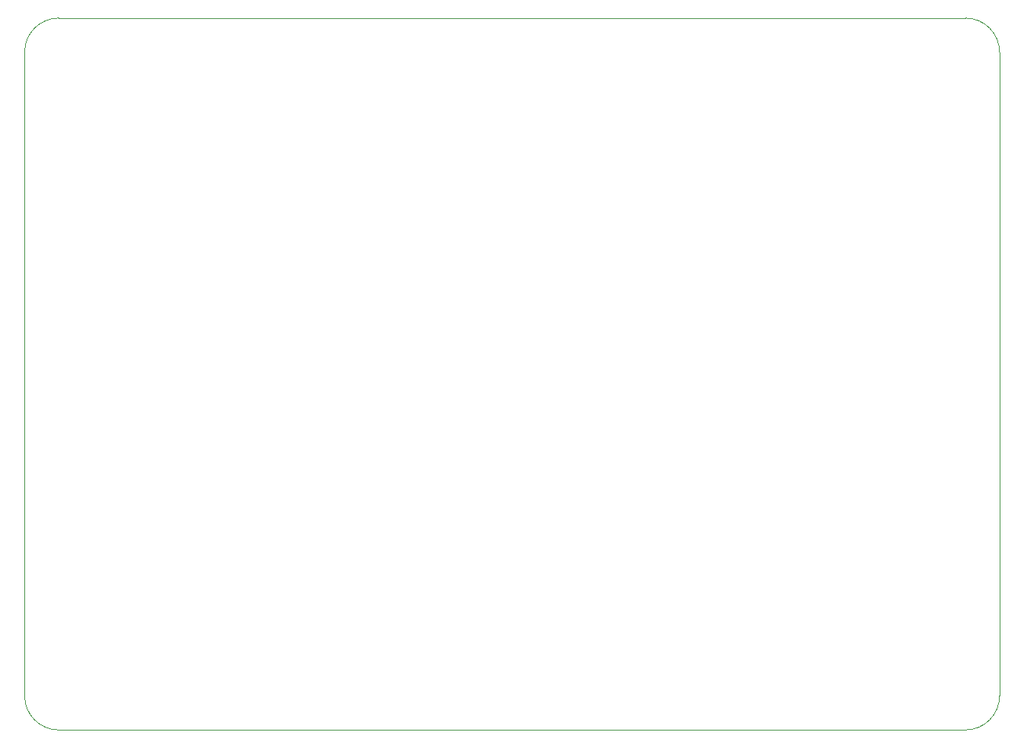
<source format=gbr>
G04 #@! TF.GenerationSoftware,KiCad,Pcbnew,5.1.5-52549c5~84~ubuntu18.04.1*
G04 #@! TF.CreationDate,2020-02-19T21:22:06+00:00*
G04 #@! TF.ProjectId,scot-resolver,73636f74-2d72-4657-936f-6c7665722e6b,rev?*
G04 #@! TF.SameCoordinates,Original*
G04 #@! TF.FileFunction,Profile,NP*
%FSLAX46Y46*%
G04 Gerber Fmt 4.6, Leading zero omitted, Abs format (unit mm)*
G04 Created by KiCad (PCBNEW 5.1.5-52549c5~84~ubuntu18.04.1) date 2020-02-19 21:22:06*
%MOMM*%
%LPD*%
G04 APERTURE LIST*
%ADD10C,0.050000*%
G04 APERTURE END LIST*
D10*
X84455000Y-132080000D02*
G75*
G02X80645000Y-128270000I0J3810000D01*
G01*
X80645000Y-56515000D02*
G75*
G02X84455000Y-52705000I3810000J0D01*
G01*
X185420000Y-52705000D02*
G75*
G02X189230000Y-56515000I0J-3810000D01*
G01*
X189230000Y-128270000D02*
G75*
G02X185420000Y-132080000I-3810000J0D01*
G01*
X189230000Y-128270000D02*
X189230000Y-56515000D01*
X84455000Y-132080000D02*
X185420000Y-132080000D01*
X80645000Y-56515000D02*
X80645000Y-128270000D01*
X84455000Y-52705000D02*
X185420000Y-52705000D01*
M02*

</source>
